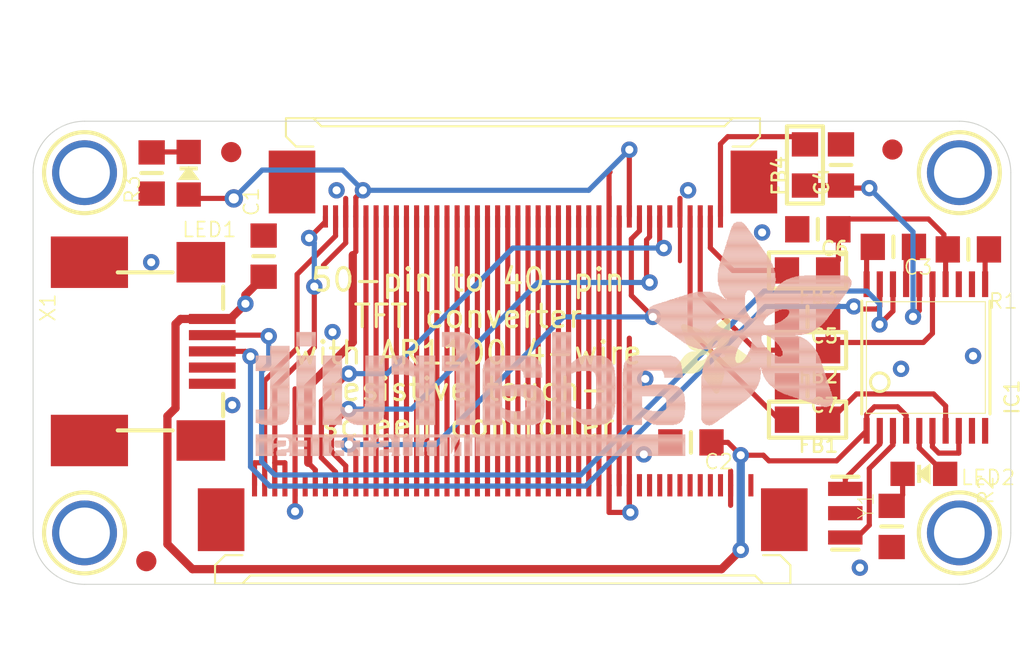
<source format=kicad_pcb>
(kicad_pcb (version 20211014) (generator pcbnew)
  (layers (0 "F.Cu" signal) (31 "B.Cu" signal) (34 "B.Paste" user) (35 "F.Paste" user) (36 "B.SilkS" user "B.Silkscreen") (37 "F.SilkS" user "F.Silkscreen") (38 "B.Mask" user) (39 "F.Mask" user) (44 "Edge.Cuts" user))
  (net 0 "")
  (net 1 "LEDK")
  (net 2 "LEDA")
  (net 3 "GND")
  (net 4 "R0")
  (net 5 "R1")
  (net 6 "R2")
  (net 7 "R3")
  (net 8 "R4")
  (net 9 "R5")
  (net 10 "R6")
  (net 11 "R7")
  (net 12 "G0")
  (net 13 "B0")
  (net 14 "B1")
  (net 15 "B2")
  (net 16 "B3")
  (net 17 "B4")
  (net 18 "B5")
  (net 19 "B6")
  (net 20 "B7")
  (net 21 "G1")
  (net 22 "G2")
  (net 23 "G3")
  (net 24 "G4")
  (net 25 "G5")
  (net 26 "G6")
  (net 27 "G7")
  (net 28 "CLK")
  (net 29 "HSYNC")
  (net 30 "VSYNC")
  (net 31 "DEN")
  (net 32 "AVDD")
  (net 33 "XR")
  (net 34 "YD")
  (net 35 "XL")
  (net 36 "YU")
  (net 37 "VCOM1")
  (net 38 "L/R")
  (net 39 "U/D")
  (net 40 "VGH")
  (net 41 "VGL")
  (net 42 "RESET")
  (net 43 "DITHB")
  (net 44 "VDD")
  (net 45 "N$1")
  (net 46 "N$2")
  (net 47 "D+")
  (net 48 "D-")
  (net 49 "N$7")
  (net 50 "N$8")
  (net 51 "N$9")
  (net 52 "N$10")
  (net 53 "N$13")
  (net 54 "5.0V")
  (net 55 "VCOM2")
  (net 56 "N$3")
  (net 57 "N$4")
  (net 58 "N$5")
  (net 59 "N$6")
  (footprint "boardEagle:ADAFRUIT_3.5MM" (layer "F.Cu") (at 155.9941 103.2256 -90)
    (fp_text reference "U$19" hide)
    (fp_text value "" hide)
  )
  (footprint "boardEagle:MOUNTINGHOLE_2.5_PLATED" (layer "F.Cu") (at 170.0911 96.1136 90)
    (fp_text reference "U$14" hide)
    (fp_text value "MOUNTINGHOLE2.5" hide)
    (pad "P$1" thru_hole circle (at 0 0 90) (size 3.2 3.2) (drill 2.5) (layers *.Cu *.Mask))
  )
  (footprint "boardEagle:MOUNTINGHOLE_2.5_PLATED" (layer "F.Cu") (at 126.9111 113.8936 90)
    (fp_text reference "U$16" hide)
    (fp_text value "MOUNTINGHOLE2.5" hide)
    (pad "P$1" thru_hole circle (at 0 0 90) (size 3.2 3.2) (drill 2.5) (layers *.Cu *.Mask))
  )
  (footprint "boardEagle:RESONATOR-SMD" (layer "F.Cu") (at 164.4621 112.9216 -90)
    (fp_text reference "Y1" (at -1.089 -1.02 90) (layer "F.SilkS") (effects (font (size 0.767933 0.767933) (thickness 0.044867)) (justify right)))
    (fp_text value "12MHz")
    (pad "1" smd rect (at -1.2 0 270) (size 0.7 1.7) (layers "F.Cu" "F.Paste" "F.Mask") (net 45 "N$1"))
    (pad "2" smd rect (at 0 0 270) (size 0.7 1.7) (layers "F.Cu" "F.Paste" "F.Mask") (net 3 "GND"))
    (pad "3" smd rect (at 1.2 0 270) (size 0.7 1.7) (layers "F.Cu" "F.Paste" "F.Mask") (net 46 "N$2"))
  )
  (footprint "boardEagle:TSSOP20-5.3MMBODY" (layer "F.Cu") (at 168.4391 105.2376)
    (fp_text reference "IC1" (at 4.2544 2.8828 90) (layer "F.SilkS") (effects (font (size 0.703072 0.703072) (thickness 0.109728)) (justify left)))
    (fp_text value "AR1100_SSOP" hide)
    (pad "1" smd rect (at -2.925 3.6178) (size 0.3048 1.27) (layers "F.Cu" "F.Paste" "F.Mask") (net 54 "5.0V"))
    (pad "2" smd rect (at -2.275 3.6178) (size 0.3048 1.27) (layers "F.Cu" "F.Paste" "F.Mask") (net 45 "N$1"))
    (pad "3" smd rect (at -1.625 3.6178) (size 0.3048 1.27) (layers "F.Cu" "F.Paste" "F.Mask") (net 46 "N$2"))
    (pad "4" smd rect (at -0.975 3.6178) (size 0.3048 1.27) (layers "F.Cu" "F.Paste" "F.Mask") (net 54 "5.0V"))
    (pad "5" smd rect (at -0.325 3.6178) (size 0.3048 1.27) (layers "F.Cu" "F.Paste" "F.Mask") (net 50 "N$8"))
    (pad "6" smd rect (at 0.325 3.6178) (size 0.3048 1.27) (layers "F.Cu" "F.Paste" "F.Mask") (net 3 "GND"))
    (pad "7" smd rect (at 0.975 3.6178) (size 0.3048 1.27) (layers "F.Cu" "F.Paste" "F.Mask") (net 33 "XR"))
    (pad "8" smd rect (at 1.625 3.6178) (size 0.3048 1.27) (layers "F.Cu" "F.Paste" "F.Mask") (net 3 "GND"))
    (pad "9" smd rect (at 2.275 3.6178) (size 0.3048 1.27) (layers "F.Cu" "F.Paste" "F.Mask") (net 3 "GND"))
    (pad "10" smd rect (at 2.925 3.6178) (size 0.3048 1.27) (layers "F.Cu" "F.Paste" "F.Mask"))
    (pad "11" smd rect (at 2.925 -3.6178) (size 0.3048 1.27) (layers "F.Cu" "F.Paste" "F.Mask") (net 51 "N$9"))
    (pad "12" smd rect (at 2.275 -3.6178) (size 0.3048 1.27) (layers "F.Cu" "F.Paste" "F.Mask"))
    (pad "13" smd rect (at 1.625 -3.6178) (size 0.3048 1.27) (layers "F.Cu" "F.Paste" "F.Mask") (net 3 "GND"))
    (pad "14" smd rect (at 0.975 -3.6178) (size 0.3048 1.27) (layers "F.Cu" "F.Paste" "F.Mask") (net 35 "XL"))
    (pad "15" smd rect (at 0.325 -3.6178) (size 0.3048 1.27) (layers "F.Cu" "F.Paste" "F.Mask") (net 34 "YD"))
    (pad "16" smd rect (at -0.325 -3.6178) (size 0.3048 1.27) (layers "F.Cu" "F.Paste" "F.Mask") (net 36 "YU"))
    (pad "17" smd rect (at -0.975 -3.6178) (size 0.3048 1.27) (layers "F.Cu" "F.Paste" "F.Mask") (net 53 "N$13"))
    (pad "18" smd rect (at -1.625 -3.6178) (size 0.3048 1.27) (layers "F.Cu" "F.Paste" "F.Mask") (net 48 "D-"))
    (pad "19" smd rect (at -2.275 -3.6178) (size 0.3048 1.27) (layers "F.Cu" "F.Paste" "F.Mask") (net 47 "D+"))
    (pad "20" smd rect (at -2.925 -3.6178) (size 0.3048 1.27) (layers "F.Cu" "F.Paste" "F.Mask") (net 3 "GND"))
  )
  (footprint "boardEagle:_0805MP" (layer "F.Cu") (at 130.2231 96.1296 90)
    (fp_text reference "R3" (at -1.5875 -0.9525 90) (layer "F.SilkS") (effects (font (size 0.73282 0.73282) (thickness 0.07998)) (justify left)))
    (fp_text value "1K")
    (pad "1" smd rect (at -1.016 0 90) (size 1.2 1.3) (layers "F.Cu" "F.Paste" "F.Mask") (net 3 "GND"))
    (pad "2" smd rect (at 1.016 0 90) (size 1.2 1.3) (layers "F.Cu" "F.Paste" "F.Mask") (net 52 "N$10"))
  )
  (footprint "boardEagle:4-1734839-0" (layer "F.Cu") (at 148.5511 95.7336)
    (fp_text reference "J1" hide)
    (fp_text value "XF2-40-RARBT" hide)
    (pad "1" smd rect (at -9.75 2.54 90) (size 1.1 0.25) (layers "F.Cu" "F.Paste") (net 1 "LEDK"))
    (pad "2" smd rect (at -9.25 2.54 90) (size 1.1 0.25) (layers "F.Cu" "F.Paste") (net 2 "LEDA"))
    (pad "3" smd rect (at -8.75 2.54 90) (size 1.1 0.25) (layers "F.Cu" "F.Paste") (net 3 "GND"))
    (pad "4" smd rect (at -8.25 2.54 90) (size 1.1 0.25) (layers "F.Cu" "F.Paste") (net 44 "VDD"))
    (pad "5" smd rect (at -7.75 2.54 90) (size 1.1 0.25) (layers "F.Cu" "F.Paste") (net 4 "R0"))
    (pad "6" smd rect (at -7.25 2.54 90) (size 1.1 0.25) (layers "F.Cu" "F.Paste") (net 5 "R1"))
    (pad "7" smd rect (at -6.75 2.54 90) (size 1.1 0.25) (layers "F.Cu" "F.Paste") (net 6 "R2"))
    (pad "8" smd rect (at -6.25 2.54 90) (size 1.1 0.25) (layers "F.Cu" "F.Paste") (net 7 "R3"))
    (pad "9" smd rect (at -5.75 2.54 90) (size 1.1 0.25) (layers "F.Cu" "F.Paste") (net 8 "R4"))
    (pad "10" smd rect (at -5.25 2.54 90) (size 1.1 0.25) (layers "F.Cu" "F.Paste") (net 9 "R5"))
    (pad "11" smd rect (at -4.75 2.54 90) (size 1.1 0.25) (layers "F.Cu" "F.Paste") (net 10 "R6"))
    (pad "12" smd rect (at -4.25 2.54 90) (size 1.1 0.25) (layers "F.Cu" "F.Paste") (net 11 "R7"))
    (pad "13" smd rect (at -3.75 2.54 90) (size 1.1 0.25) (layers "F.Cu" "F.Paste") (net 12 "G0"))
    (pad "14" smd rect (at -3.25 2.54 90) (size 1.1 0.25) (layers "F.Cu" "F.Paste") (net 21 "G1"))
    (pad "15" smd rect (at -2.75 2.54 90) (size 1.1 0.25) (layers "F.Cu" "F.Paste") (net 22 "G2"))
    (pad "16" smd rect (at -2.25 2.54 90) (size 1.1 0.25) (layers "F.Cu" "F.Paste") (net 23 "G3"))
    (pad "17" smd rect (at -1.75 2.54 90) (size 1.1 0.25) (layers "F.Cu" "F.Paste") (net 24 "G4"))
    (pad "18" smd rect (at -1.25 2.54 90) (size 1.1 0.25) (layers "F.Cu" "F.Paste") (net 25 "G5"))
    (pad "19" smd rect (at -0.75 2.54 90) (size 1.1 0.25) (layers "F.Cu" "F.Paste") (net 26 "G6"))
    (pad "20" smd rect (at -0.25 2.54 90) (size 1.1 0.25) (layers "F.Cu" "F.Paste") (net 27 "G7"))
    (pad "21" smd rect (at 0.25 2.54 90) (size 1.1 0.25) (layers "F.Cu" "F.Paste") (net 13 "B0"))
    (pad "22" smd rect (at 0.75 2.54 90) (size 1.1 0.25) (layers "F.Cu" "F.Paste") (net 14 "B1"))
    (pad "23" smd rect (at 1.25 2.54 90) (size 1.1 0.25) (layers "F.Cu" "F.Paste") (net 15 "B2"))
    (pad "24" smd rect (at 1.75 2.54 90) (size 1.1 0.25) (layers "F.Cu" "F.Paste") (net 16 "B3"))
    (pad "25" smd rect (at 2.25 2.54 90) (size 1.1 0.25) (layers "F.Cu" "F.Paste") (net 17 "B4"))
    (pad "26" smd rect (at 2.75 2.54 90) (size 1.1 0.25) (layers "F.Cu" "F.Paste") (net 18 "B5"))
    (pad "27" smd rect (at 3.25 2.54 90) (size 1.1 0.25) (layers "F.Cu" "F.Paste") (net 19 "B6"))
    (pad "28" smd rect (at 3.75 2.54 90) (size 1.1 0.25) (layers "F.Cu" "F.Paste") (net 20 "B7"))
    (pad "29" smd rect (at 4.25 2.54 90) (size 1.1 0.25) (layers "F.Cu" "F.Paste") (net 3 "GND"))
    (pad "30" smd rect (at 4.75 2.54 90) (size 1.1 0.25) (layers "F.Cu" "F.Paste") (net 28 "CLK"))
    (pad "31" smd rect (at 5.25 2.54 90) (size 1.1 0.25) (layers "F.Cu" "F.Paste") (net 44 "VDD"))
    (pad "32" smd rect (at 5.75 2.54 90) (size 1.1 0.25) (layers "F.Cu" "F.Paste") (net 29 "HSYNC"))
    (pad "33" smd rect (at 6.25 2.54 90) (size 1.1 0.25) (layers "F.Cu" "F.Paste") (net 30 "VSYNC"))
    (pad "34" smd rect (at 6.75 2.54 90) (size 1.1 0.25) (layers "F.Cu" "F.Paste") (net 31 "DEN"))
    (pad "35" smd rect (at 7.25 2.54 90) (size 1.1 0.25) (layers "F.Cu" "F.Paste"))
    (pad "36" smd rect (at 7.75 2.54 90) (size 1.1 0.25) (layers "F.Cu" "F.Paste") (net 3 "GND"))
    (pad "37" smd rect (at 8.25 2.54 90) (size 1.1 0.25) (layers "F.Cu" "F.Paste") (net 56 "N$3"))
    (pad "38" smd rect (at 8.75 2.54 90) (size 1.1 0.25) (layers "F.Cu" "F.Paste") (net 57 "N$4"))
    (pad "39" smd rect (at 9.25 2.54 90) (size 1.1 0.25) (layers "F.Cu" "F.Paste") (net 58 "N$5"))
    (pad "40" smd rect (at 9.75 2.54 90) (size 1.1 0.25) (layers "F.Cu" "F.Paste") (net 59 "N$6"))
    (pad "M1" smd rect (at 11.4 0.84 270) (size 3.1 2.3) (layers "F.Cu" "F.Paste" "F.Mask"))
    (pad "M2" smd rect (at -11.4 0.84 270) (size 3.1 2.3) (layers "F.Cu" "F.Paste" "F.Mask"))
  )
  (footprint "boardEagle:FIDUCIAL_1MM" (layer "F.Cu") (at 129.9591 115.2906 90)
    (fp_text reference "FID1" hide)
    (fp_text value "FIDUCIAL\"\"" hide)
    (pad "1" smd roundrect (at 0 0 90) (size 1 1) (layers "F.Cu" "F.Mask") (roundrect_rratio 0.5))
  )
  (footprint "boardEagle:_0805MP" (layer "F.Cu") (at 164.2491 95.7326 90)
    (fp_text reference "C4" (at -1.5875 -0.9525 90) (layer "F.SilkS") (effects (font (size 0.692831 0.692831) (thickness 0.119969)) (justify left)))
    (fp_text value "0.01uF")
    (pad "1" smd rect (at -1.016 0 90) (size 1.2 1.3) (layers "F.Cu" "F.Paste" "F.Mask") (net 36 "YU"))
    (pad "2" smd rect (at 1.016 0 90) (size 1.2 1.3) (layers "F.Cu" "F.Paste" "F.Mask") (net 3 "GND"))
  )
  (footprint "boardEagle:_0805MP" (layer "F.Cu") (at 162.5981 106.6546 180)
    (fp_text reference "C7" (at -1.5875 -0.9525) (layer "F.SilkS") (effects (font (size 0.692831 0.692831) (thickness 0.119969)) (justify right)))
    (fp_text value "dnp")
    (pad "1" smd rect (at -1.016 0 180) (size 1.2 1.3) (layers "F.Cu" "F.Paste" "F.Mask") (net 33 "XR"))
    (pad "2" smd rect (at 1.016 0 180) (size 1.2 1.3) (layers "F.Cu" "F.Paste" "F.Mask") (net 3 "GND"))
  )
  (footprint "boardEagle:_0805MP" (layer "F.Cu") (at 162.5981 103.2256 180)
    (fp_text reference "C5" (at -1.5875 -0.9525) (layer "F.SilkS") (effects (font (size 0.692831 0.692831) (thickness 0.119969)) (justify right)))
    (fp_text value "dnp")
    (pad "1" smd rect (at -1.016 0 180) (size 1.2 1.3) (layers "F.Cu" "F.Paste" "F.Mask") (net 34 "YD"))
    (pad "2" smd rect (at 1.016 0 180) (size 1.2 1.3) (layers "F.Cu" "F.Paste" "F.Mask") (net 3 "GND"))
  )
  (footprint "boardEagle:_0805" (layer "F.Cu") (at 162.4711 95.7326 90)
    (fp_text reference "FB4" (at -1.5875 -1.27 90) (layer "F.SilkS") (effects (font (size 0.692831 0.692831) (thickness 0.119969)) (justify left)))
    (fp_text value "Ferrite")
    (pad "1" smd rect (at -1.016 0 90) (size 1.2 1.3) (layers "F.Cu" "F.Paste" "F.Mask") (net 36 "YU"))
    (pad "2" smd rect (at 1.016 0 90) (size 1.2 1.3) (layers "F.Cu" "F.Paste" "F.Mask") (net 59 "N$6"))
  )
  (footprint "boardEagle:_0805" (layer "F.Cu") (at 162.5981 104.8766 180)
    (fp_text reference "FB2" (at -1.5875 -1.27) (layer "F.SilkS") (effects (font (size 0.692831 0.692831) (thickness 0.119969)) (justify right)))
    (fp_text value "Ferrite")
    (pad "1" smd rect (at -1.016 0 180) (size 1.2 1.3) (layers "F.Cu" "F.Paste" "F.Mask") (net 34 "YD"))
    (pad "2" smd rect (at 1.016 0 180) (size 1.2 1.3) (layers "F.Cu" "F.Paste" "F.Mask") (net 57 "N$4"))
  )
  (footprint "boardEagle:MOUNTINGHOLE_2.5_PLATED" (layer "F.Cu") (at 126.9111 96.1136 90)
    (fp_text reference "U$15" hide)
    (fp_text value "MOUNTINGHOLE2.5" hide)
    (pad "P$1" thru_hole circle (at 0 0 90) (size 3.2 3.2) (drill 2.5) (layers *.Cu *.Mask))
  )
  (footprint "boardEagle:USB-MINIB_LARGER" (layer "F.Cu") (at 129.1511 104.9336 -90)
    (fp_text reference "X1" (at -2.91 4.049 90) (layer "F.SilkS") (effects (font (size 0.73282 0.73282) (thickness 0.07998)) (justify right)))
    (fp_text value "")
    (pad "" np_thru_hole circle (at 2.2 -1 270) (size 1 1) (drill 1) (layers *.Cu *.Mask))
    (pad "" np_thru_hole circle (at -2.2 -1 270) (size 1 1) (drill 1) (layers *.Cu *.Mask))
    (pad "D+" smd rect (at 0 -4.064 90) (size 0.5 2.308) (layers "F.Cu" "F.Paste" "F.Mask") (net 47 "D+"))
    (pad "D-" smd rect (at -0.8 -4.064 90) (size 0.5 2.308) (layers "F.Cu" "F.Paste" "F.Mask") (net 48 "D-"))
    (pad "GND" smd rect (at 1.6 -4.064 90) (size 0.5 2.308) (layers "F.Cu" "F.Paste" "F.Mask") (net 3 "GND"))
    (pad "GND1" smd rect (at -4.4 2 270) (size 2.54 3.81) (layers "F.Cu" "F.Paste" "F.Mask") (net 3 "GND"))
    (pad "GND2" smd rect (at -4.4 -3.5 270) (size 2 2.4) (layers "F.Cu" "F.Paste" "F.Mask") (net 3 "GND"))
    (pad "GND3" smd rect (at 4.4 -3.5 270) (size 2 2.4) (layers "F.Cu" "F.Paste" "F.Mask") (net 3 "GND"))
    (pad "GND4" smd rect (at 4.4 2 270) (size 2.54 3.81) (layers "F.Cu" "F.Paste" "F.Mask") (net 3 "GND"))
    (pad "ID" smd rect (at 0.8 -4.064 90) (size 0.5 2.308) (layers "F.Cu" "F.Paste" "F.Mask"))
    (pad "VBUS" smd rect (at -1.6 -4.064 90) (size 0.5 2.308) (layers "F.Cu" "F.Paste" "F.Mask") (net 54 "5.0V"))
  )
  (footprint "boardEagle:FIDUCIAL_1MM" (layer "F.Cu") (at 166.7891 94.9706 90)
    (fp_text reference "FID2" hide)
    (fp_text value "FIDUCIAL\"\"" hide)
    (pad "1" smd roundrect (at 0 0 90) (size 1 1) (layers "F.Cu" "F.Mask") (roundrect_rratio 0.5))
  )
  (footprint "boardEagle:5-1734839-0-REV" (layer "F.Cu") (at 147.5511 114.0836 180)
    (fp_text reference "J2" hide)
    (fp_text value "XF2-50-REV" hide)
    (pad "1" smd rect (at 12.25 2.54 90) (size 1.1 0.25) (layers "F.Cu" "F.Paste") (net 2 "LEDA"))
    (pad "2" smd rect (at 11.75 2.54 90) (size 1.1 0.25) (layers "F.Cu" "F.Paste") (net 2 "LEDA"))
    (pad "3" smd rect (at 11.25 2.54 90) (size 1.1 0.25) (layers "F.Cu" "F.Paste") (net 1 "LEDK"))
    (pad "4" smd rect (at 10.75 2.54 90) (size 1.1 0.25) (layers "F.Cu" "F.Paste") (net 1 "LEDK"))
    (pad "5" smd rect (at 10.25 2.54 90) (size 1.1 0.25) (layers "F.Cu" "F.Paste") (net 3 "GND"))
    (pad "6" smd rect (at 9.75 2.54 90) (size 1.1 0.25) (layers "F.Cu" "F.Paste") (net 37 "VCOM1"))
    (pad "7" smd rect (at 9.25 2.54 90) (size 1.1 0.25) (layers "F.Cu" "F.Paste") (net 44 "VDD"))
    (pad "8" smd rect (at 8.75 2.54 90) (size 1.1 0.25) (layers "F.Cu" "F.Paste"))
    (pad "9" smd rect (at 8.25 2.54 90) (size 1.1 0.25) (layers "F.Cu" "F.Paste") (net 31 "DEN"))
    (pad "10" smd rect (at 7.75 2.54 90) (size 1.1 0.25) (layers "F.Cu" "F.Paste") (net 30 "VSYNC"))
    (pad "11" smd rect (at 7.25 2.54 90) (size 1.1 0.25) (layers "F.Cu" "F.Paste") (net 29 "HSYNC"))
    (pad "12" smd rect (at 6.75 2.54 90) (size 1.1 0.25) (layers "F.Cu" "F.Paste") (net 4 "R0"))
    (pad "13" smd rect (at 6.25 2.54 90) (size 1.1 0.25) (layers "F.Cu" "F.Paste") (net 5 "R1"))
    (pad "14" smd rect (at 5.75 2.54 90) (size 1.1 0.25) (layers "F.Cu" "F.Paste") (net 6 "R2"))
    (pad "15" smd rect (at 5.25 2.54 90) (size 1.1 0.25) (layers "F.Cu" "F.Paste") (net 7 "R3"))
    (pad "16" smd rect (at 4.75 2.54 90) (size 1.1 0.25) (layers "F.Cu" "F.Paste") (net 8 "R4"))
    (pad "17" smd rect (at 4.25 2.54 90) (size 1.1 0.25) (layers "F.Cu" "F.Paste") (net 9 "R5"))
    (pad "18" smd rect (at 3.75 2.54 90) (size 1.1 0.25) (layers "F.Cu" "F.Paste") (net 10 "R6"))
    (pad "19" smd rect (at 3.25 2.54 90) (size 1.1 0.25) (layers "F.Cu" "F.Paste") (net 11 "R7"))
    (pad "20" smd rect (at 2.75 2.54 90) (size 1.1 0.25) (layers "F.Cu" "F.Paste") (net 12 "G0"))
    (pad "21" smd rect (at 2.25 2.54 90) (size 1.1 0.25) (layers "F.Cu" "F.Paste") (net 21 "G1"))
    (pad "22" smd rect (at 1.75 2.54 90) (size 1.1 0.25) (layers "F.Cu" "F.Paste") (net 22 "G2"))
    (pad "23" smd rect (at 1.25 2.54 90) (size 1.1 0.25) (layers "F.Cu" "F.Paste") (net 23 "G3"))
    (pad "24" smd rect (at 0.75 2.54 90) (size 1.1 0.25) (layers "F.Cu" "F.Paste") (net 24 "G4"))
    (pad "25" smd rect (at 0.25 2.54 90) (size 1.1 0.25) (layers "F.Cu" "F.Paste") (net 25 "G5"))
    (pad "26" smd rect (at -0.25 2.54 90) (size 1.1 0.25) (layers "F.Cu" "F.Paste") (net 26 "G6"))
    (pad "27" smd rect (at -0.75 2.54 90) (size 1.1 0.25) (layers "F.Cu" "F.Paste") (net 27 "G7"))
    (pad "28" smd rect (at -1.25 2.54 90) (size 1.1 0.25) (layers "F.Cu" "F.Paste") (net 13 "B0"))
    (pad "29" smd rect (at -1.75 2.54 90) (size 1.1 0.25) (layers "F.Cu" "F.Paste") (net 14 "B1"))
    (pad "30" smd rect (at -2.25 2.54 90) (size 1.1 0.25) (layers "F.Cu" "F.Paste") (net 15 "B2"))
    (pad "31" smd rect (at -2.75 2.54 90) (size 1.1 0.25) (layers "F.Cu" "F.Paste") (net 16 "B3"))
    (pad "32" smd rect (at -3.25 2.54 90) (size 1.1 0.25) (layers "F.Cu" "F.Paste") (net 17 "B4"))
    (pad "33" smd rect (at -3.75 2.54 90) (size 1.1 0.25) (layers "F.Cu" "F.Paste") (net 18 "B5"))
    (pad "34" smd rect (at -4.25 2.54 90) (size 1.1 0.25) (layers "F.Cu" "F.Paste") (net 19 "B6"))
    (pad "35" smd rect (at -4.75 2.54 90) (size 1.1 0.25) (layers "F.Cu" "F.Paste") (net 20 "B7"))
    (pad "36" smd rect (at -5.25 2.54 90) (size 1.1 0.25) (layers "F.Cu" "F.Paste") (net 3 "GND"))
    (pad "37" smd rect (at -5.75 2.54 90) (size 1.1 0.25) (layers "F.Cu" "F.Paste") (net 28 "CLK"))
    (pad "38" smd rect (at -6.25 2.54 90) (size 1.1 0.25) (layers "F.Cu" "F.Paste") (net 3 "GND"))
    (pad "39" smd rect (at -6.75 2.54 90) (size 1.1 0.25) (layers "F.Cu" "F.Paste") (net 38 "L/R"))
    (pad "40" smd rect (at -7.25 2.54 90) (size 1.1 0.25) (layers "F.Cu" "F.Paste") (net 39 "U/D"))
    (pad "41" smd rect (at -7.75 2.54 90) (size 1.1 0.25) (layers "F.Cu" "F.Paste") (net 40 "VGH"))
    (pad "42" smd rect (at -8.25 2.54 90) (size 1.1 0.25) (layers "F.Cu" "F.Paste") (net 41 "VGL"))
    (pad "43" smd rect (at -8.75 2.54 90) (size 1.1 0.25) (layers "F.Cu" "F.Paste") (net 32 "AVDD"))
    (pad "44" smd rect (at -9.25 2.54 90) (size 1.1 0.25) (layers "F.Cu" "F.Paste") (net 42 "RESET"))
    (pad "45" smd rect (at -9.75 2.54 90) (size 1.1 0.25) (layers "F.Cu" "F.Paste"))
    (pad "46" smd rect (at -10.25 2.54 90) (size 1.1 0.25) (layers "F.Cu" "F.Paste") (net 55 "VCOM2"))
    (pad "47" smd rect (at -10.75 2.54 90) (size 1.1 0.25) (layers "F.Cu" "F.Paste") (net 43 "DITHB"))
    (pad "48" smd rect (at -11.25 2.54 90) (size 1.1 0.25) (layers "F.Cu" "F.Paste") (net 3 "GND"))
    (pad "49" smd rect (at -11.75 2.54 90) (size 1.1 0.25) (layers "F.Cu" "F.Paste"))
    (pad "50" smd rect (at -12.25 2.54 90) (size 1.1 0.25) (layers "F.Cu" "F.Paste"))
    (pad "M1" smd rect (at 13.9 0.84 90) (size 3.1 2.3) (layers "F.Cu" "F.Paste" "F.Mask"))
    (pad "M2" smd rect (at -13.9 0.84 90) (size 3.1 2.3) (layers "F.Cu" "F.Paste" "F.Mask"))
  )
  (footprint "boardEagle:_0805" (layer "F.Cu") (at 162.5981 108.3056 180)
    (fp_text reference "FB1" (at -1.5875 -1.27) (layer "F.SilkS") (effects (font (size 0.692831 0.692831) (thickness 0.119969)) (justify right)))
    (fp_text value "Ferrite")
    (pad "1" smd rect (at -1.016 0 180) (size 1.2 1.3) (layers "F.Cu" "F.Paste" "F.Mask") (net 33 "XR"))
    (pad "2" smd rect (at 1.016 0 180) (size 1.2 1.3) (layers "F.Cu" "F.Paste" "F.Mask") (net 56 "N$3"))
  )
  (footprint "boardEagle:_0805MP" (layer "F.Cu") (at 166.7521 113.5756 90)
    (fp_text reference "R2" (at 1.0125 4.6475 90) (layer "F.SilkS") (effects (font (size 0.73282 0.73282) (thickness 0.07998)) (justify left)))
    (fp_text value "1K")
    (pad "1" smd rect (at -1.016 0 90) (size 1.2 1.3) (layers "F.Cu" "F.Paste" "F.Mask") (net 3 "GND"))
    (pad "2" smd rect (at 1.016 0 90) (size 1.2 1.3) (layers "F.Cu" "F.Paste" "F.Mask") (net 49 "N$7"))
  )
  (footprint "boardEagle:_0805MP" (layer "F.Cu") (at 156.8421 109.4276)
    (fp_text reference "C2" (at 2.1375 0.9525) (layer "F.SilkS") (effects (font (size 0.73282 0.73282) (thickness 0.07998)) (justify right)))
    (fp_text value "0.1uF")
    (pad "1" smd rect (at -1.016 0) (size 1.2 1.3) (layers "F.Cu" "F.Paste" "F.Mask") (net 3 "GND"))
    (pad "2" smd rect (at 1.016 0) (size 1.2 1.3) (layers "F.Cu" "F.Paste" "F.Mask") (net 54 "5.0V"))
  )
  (footprint "boardEagle:CHIPLED_0805_NOOUTLINE" (layer "F.Cu") (at 168.3411 110.9796 90)
    (fp_text reference "LED2" (at -0.184 1.772) (layer "F.SilkS") (effects (font (size 0.73282 0.73282) (thickness 0.07998)) (justify left)))
    (fp_text value "red")
    (pad "A" smd rect (at 0 1.05 90) (size 1.2 1.2) (layers "F.Cu" "F.Paste" "F.Mask") (net 50 "N$8"))
    (pad "C" smd rect (at 0 -1.05 90) (size 1.2 1.2) (layers "F.Cu" "F.Paste" "F.Mask") (net 49 "N$7"))
  )
  (footprint "boardEagle:_0805MP" (layer "F.Cu") (at 135.7511 100.2336 -90)
    (fp_text reference "C1" (at -1.9125 0.6025 90) (layer "F.SilkS") (effects (font (size 0.73282 0.73282) (thickness 0.07998)) (justify left)))
    (fp_text value "10uF")
    (pad "1" smd rect (at -1.016 0 270) (size 1.2 1.3) (layers "F.Cu" "F.Paste" "F.Mask") (net 3 "GND"))
    (pad "2" smd rect (at 1.016 0 270) (size 1.2 1.3) (layers "F.Cu" "F.Paste" "F.Mask") (net 54 "5.0V"))
  )
  (footprint "boardEagle:_0805MP" (layer "F.Cu") (at 166.8351 99.7756 180)
    (fp_text reference "C3" (at -1.9875 -1.0025) (layer "F.SilkS") (effects (font (size 0.73282 0.73282) (thickness 0.07998)) (justify right)))
    (fp_text value "10uF")
    (pad "1" smd rect (at -1.016 0 180) (size 1.2 1.3) (layers "F.Cu" "F.Paste" "F.Mask") (net 53 "N$13"))
    (pad "2" smd rect (at 1.016 0 180) (size 1.2 1.3) (layers "F.Cu" "F.Paste" "F.Mask") (net 3 "GND"))
  )
  (footprint "boardEagle:FIDUCIAL_1MM" (layer "F.Cu") (at 134.1501 95.0976 90)
    (fp_text reference "FID3" hide)
    (fp_text value "FIDUCIAL\"\"" hide)
    (pad "1" smd roundrect (at 0 0 90) (size 1 1) (layers "F.Cu" "F.Mask") (roundrect_rratio 0.5))
  )
  (footprint "boardEagle:_0805MP" (layer "F.Cu") (at 170.5361 99.9006 180)
    (fp_text reference "R1" (at -2.4875 -2.5525) (layer "F.SilkS") (effects (font (size 0.73282 0.73282) (thickness 0.07998)) (justify right)))
    (fp_text value "20K")
    (pad "1" smd rect (at -1.016 0 180) (size 1.2 1.3) (layers "F.Cu" "F.Paste" "F.Mask") (net 51 "N$9"))
    (pad "2" smd rect (at 1.016 0 180) (size 1.2 1.3) (layers "F.Cu" "F.Paste" "F.Mask") (net 35 "XL"))
  )
  (footprint "boardEagle:CHIPLED_0805_NOOUTLINE" (layer "F.Cu") (at 132.0511 96.1416)
    (fp_text reference "LED1" (at -0.378 2.784) (layer "F.SilkS") (effects (font (size 0.73282 0.73282) (thickness 0.07998)) (justify left)))
    (fp_text value "Green")
    (pad "A" smd rect (at 0 1.05) (size 1.2 1.2) (layers "F.Cu" "F.Paste" "F.Mask") (net 44 "VDD"))
    (pad "C" smd rect (at 0 -1.05) (size 1.2 1.2) (layers "F.Cu" "F.Paste" "F.Mask") (net 52 "N$10"))
  )
  (footprint "boardEagle:_0805MP" (layer "F.Cu") (at 163.1061 98.9076 180)
    (fp_text reference "C6" (at -1.5875 -0.9525) (layer "F.SilkS") (effects (font (size 0.692831 0.692831) (thickness 0.119969)) (justify right)))
    (fp_text value "0.01uF")
    (pad "1" smd rect (at -1.016 0 180) (size 1.2 1.3) (layers "F.Cu" "F.Paste" "F.Mask") (net 35 "XL"))
    (pad "2" smd rect (at 1.016 0 180) (size 1.2 1.3) (layers "F.Cu" "F.Paste" "F.Mask") (net 3 "GND"))
  )
  (footprint "boardEagle:MOUNTINGHOLE_2.5_PLATED" (layer "F.Cu") (at 170.0911 113.8936 90)
    (fp_text reference "U$11" hide)
    (fp_text value "MOUNTINGHOLE2.5" hide)
    (pad "P$1" thru_hole circle (at 0 0 90) (size 3.2 3.2) (drill 2.5) (layers *.Cu *.Mask))
  )
  (footprint "boardEagle:_0805" (layer "F.Cu") (at 162.5981 100.9396 180)
    (fp_text reference "FB3" (at -1.5875 -1.27) (layer "F.SilkS") (effects (font (size 0.692831 0.692831) (thickness 0.119969)) (justify right)))
    (fp_text value "Ferrite")
    (pad "1" smd rect (at -1.016 0 180) (size 1.2 1.3) (layers "F.Cu" "F.Paste" "F.Mask") (net 35 "XL"))
    (pad "2" smd rect (at 1.016 0 180) (size 1.2 1.3) (layers "F.Cu" "F.Paste" "F.Mask") (net 58 "N$5"))
  )
  (footprint "boardEagle:ADAFRUIT_TEXT_30MM" (layer "B.Cu") (at 165.0111 110.0836 180)
    (fp_text reference "U$18" hide)
    (fp_text value "" hide)
  )
  (gr_arc (start 170.0911 93.5736) (mid 171.887151 94.317549) (end 172.6311 96.1136) (layer "Edge.Cuts") (width 0.05))
  (gr_line (start 170.0911 93.5736) (end 126.9111 93.5736) (layer "Edge.Cuts") (width 0.05))
  (gr_line (start 124.3711 96.1136) (end 124.3711 113.8936) (layer "Edge.Cuts") (width 0.05))
  (gr_line (start 126.9111 116.4336) (end 170.0911 116.4336) (layer "Edge.Cuts") (width 0.05))
  (gr_arc (start 124.3711 96.1136) (mid 125.115049 94.317549) (end 126.9111 93.5736) (layer "Edge.Cuts") (width 0.05))
  (gr_arc (start 126.9111 116.4336) (mid 125.115049 115.689651) (end 124.3711 113.8936) (layer "Edge.Cuts") (width 0.05))
  (gr_arc (start 172.6311 113.8936) (mid 171.887151 115.689651) (end 170.0911 116.4336) (layer "Edge.Cuts") (width 0.05))
  (gr_line (start 172.6311 113.8936) (end 172.6311 96.1136) (layer "Edge.Cuts") (width 0.05))
  (gr_text "50-pin to 40-pin\nTFT converter\nwith AR1100 4-wire\nresistive touch-\nscreen controller" (at 145.8341 105.0036) (layer "F.SilkS") (effects (font (size 1.1176 1.1176) (thickness 0.1524))))
  (segment (start 138.8011 98.2736) (end 138.8011 98.5336) (width 0.254) (layer "F.Cu") (net 1))
  (segment (start 138.8011 98.5336) (end 137.9971 99.3376) (width 0.254) (layer "F.Cu") (net 1))
  (segment (start 138.2511 104.7336) (end 138.2511 101.7376) (width 0.254) (layer "F.Cu") (net 1))
  (segment (start 136.3011 110.4336) (end 136.8011 110.4336) (width 0.254) (layer "F.Cu") (net 1))
  (segment (start 136.8011 110.4336) (end 136.8011 111.5436) (width 0.254) (layer "F.Cu") (net 1))
  (segment (start 136.3011 106.6836) (end 138.2511 104.7336) (width 0.254) (layer "F.Cu") (net 1))
  (segment (start 136.3011 111.5436) (end 136.3011 110.4336) (width 0.254) (layer "F.Cu") (net 1))
  (segment (start 136.3011 110.4336) (end 136.3011 106.6836) (width 0.254) (layer "F.Cu") (net 1))
  (via (at 138.2511 101.7376) (size 0.8064) (drill 0.4) (layers "F.Cu" "B.Cu") (net 1))
  (via (at 137.9971 99.3376) (size 0.8064) (drill 0.4) (layers "F.Cu" "B.Cu") (net 1))
  (segment (start 138.2511 99.5796) (end 138.0091 99.3376) (width 0.254) (layer "B.Cu") (net 1))
  (segment (start 138.0091 99.3376) (end 137.9971 99.3376) (width 0.254) (layer "B.Cu") (net 1))
  (segment (start 138.2511 99.5796) (end 138.2511 101.7376) (width 0.254) (layer "B.Cu") (net 1))
  (segment (start 137.4011 101.1336) (end 139.3011 99.2336) (width 0.254) (layer "F.Cu") (net 2))
  (segment (start 135.3011 110.4336) (end 135.8011 110.4336) (width 0.254) (layer "F.Cu") (net 2))
  (segment (start 135.3011 111.5436) (end 135.3011 110.4336) (width 0.254) (layer "F.Cu") (net 2))
  (segment (start 137.4011 104.7836) (end 137.4011 101.1336) (width 0.254) (layer "F.Cu") (net 2))
  (segment (start 135.8011 110.4336) (end 135.8011 111.5436) (width 0.254) (layer "F.Cu") (net 2))
  (segment (start 139.3011 99.2336) (end 139.3011 98.2736) (width 0.254) (layer "F.Cu") (net 2))
  (segment (start 135.8011 106.3836) (end 137.4011 104.7836) (width 0.254) (layer "F.Cu") (net 2))
  (segment (start 135.8011 110.4336) (end 135.8011 106.3836) (width 0.254) (layer "F.Cu") (net 2))
  (segment (start 152.8011 112.6836) (end 152.8011 111.5436) (width 0.254) (layer "F.Cu") (net 3))
  (segment (start 152.8011 96.0836) (end 152.8511 96.0836) (width 0.254) (layer "F.Cu") (net 3))
  (segment (start 156.3011 100.4836) (end 156.3011 98.2736) (width 0.2032) (layer "F.Cu") (net 3))
  (segment (start 153.8011 111.5436) (end 153.8011 104.2836) (width 0.254) (layer "F.Cu") (net 3))
  (segment (start 170.0641 109.9566) (end 169.0751 109.9566) (width 0.254) (layer "F.Cu") (net 3))
  (segment (start 153.8011 111.5436) (end 153.8011 112.8836) (width 0.254) (layer "F.Cu") (net 3))
  (segment (start 139.8011 99.5836) (end 139.8011 98.2736) (width 0.254) (layer "F.Cu") (net 3))
  (segment (start 153.8011 112.5836) (end 153.8011 111.5436) (width 0.254) (layer "F.Cu") (net 3))
  (segment (start 152.8011 111.5436) (end 152.8011 112.8836) (width 0.254) (layer "F.Cu") (net 3))
  (segment (start 158.8011 111.5436) (end 158.8011 112.5336) (width 0.254) (layer "F.Cu") (net 3))
  (segment (start 165.5141 101.6198) (end 165.5141 100.0806) (width 0.254) (layer "F.Cu") (net 3))
  (segment (start 168.7641 109.6456) (end 169.0751 109.9566) (width 0.254) (layer "F.Cu") (net 3))
  (segment (start 152.8011 98.2736) (end 152.8011 96.0836) (width 0.254) (layer "F.Cu") (net 3))
  (segment (start 137.3011 112.4336) (end 137.3011 111.5436) (width 0.254) (layer "F.Cu") (net 3))
  (segment (start 138.7011 100.6836) (end 139.8011 99.5836) (width 0.254) (layer "F.Cu") (net 3))
  (segment (start 168.7641 108.8554) (end 168.7641 109.6456) (width 0.254) (layer "F.Cu") (net 3))
  (segment (start 137.3011 111.5436) (end 137.3011 106.7836) (width 0.254) (layer "F.Cu") (net 3))
  (segment (start 170.0641 108.8554) (end 170.0641 109.9566) (width 0.254) (layer "F.Cu") (net 3))
  (segment (start 152.8011 111.5436) (end 152.8011 98.2736) (width 0.254) (layer "F.Cu") (net 3))
  (segment (start 137.3011 111.5436) (end 137.3011 112.8336) (width 0.254) (layer "F.Cu") (net 3))
  (segment (start 158.8011 111.5436) (end 158.8011 110.8336) (width 0.254) (layer "F.Cu") (net 3))
  (segment (start 153.8011 112.8836) (end 153.8511 112.8836) (width 0.254) (layer "F.Cu") (net 3))
  (segment (start 152.8011 112.8836) (end 153.8511 112.8836) (width 0.254) (layer "F.Cu") (net 3))
  (segment (start 165.5141 100.0806) (end 165.8191 99.7756) (width 0.254) (layer "F.Cu") (net 3))
  (segment (start 152.8011 98.2736) (end 152.8011 97.2836) (width 0.254) (layer "F.Cu") (net 3))
  (segment (start 156.3011 97.3836) (end 156.3011 98.2736) (width 0.254) (layer "F.Cu") (net 3))
  (segment (start 139.8011 98.2736) (end 139.8011 97.3836) (width 0.254) (layer "F.Cu") (net 3))
  (via (at 154.5881 106.2926) (size 0.8064) (drill 0.4) (layers "F.Cu" "B.Cu") (net 3))
  (via (at 156.7011 96.9836) (size 0.8064) (drill 0.4) (layers "F.Cu" "B.Cu") (net 3))
  (via (at 134.2011 107.5836) (size 0.8064) (drill 0.4) (layers "F.Cu" "B.Cu") (net 3))
  (via (at 170.7691 105.1616) (size 0.8064) (drill 0.4) (layers "F.Cu" "B.Cu") (net 3))
  (via (at 165.1821 115.6116) (size 0.8064) (drill 0.4) (layers "F.Cu" "B.Cu") (net 3))
  (via (at 167.2131 105.7966) (size 0.8064) (drill 0.4) (layers "F.Cu" "B.Cu") (net 3))
  (via (at 139.1511 103.9836) (size 0.8064) (drill 0.4) (layers "F.Cu" "B.Cu") (net 3))
  (via (at 137.3011 112.8336) (size 0.8064) (drill 0.4) (layers "F.Cu" "B.Cu") (net 3))
  (via (at 160.3551 99.0656) (size 0.8064) (drill 0.4) (layers "F.Cu" "B.Cu") (net 3))
  (via (at 154.5151 110.0196) (size 0.8064) (drill 0.4) (layers "F.Cu" "B.Cu") (net 3))
  (via (at 153.8511 112.8836) (size 0.8064) (drill 0.4) (layers "F.Cu" "B.Cu") (net 3))
  (via (at 139.3511 96.9836) (size 0.8064) (drill 0.4) (layers "F.Cu" "B.Cu") (net 3))
  (via (at 130.2011 100.5336) (size 0.8064) (drill 0.4) (layers "F.Cu" "B.Cu") (net 3))
  (segment (start 140.8011 98.2736) (end 140.8011 111.5436) (width 0.254) (layer "F.Cu") (net 4))
  (segment (start 141.3011 111.5436) (end 141.3011 98.2736) (width 0.254) (layer "F.Cu") (net 5))
  (segment (start 141.8011 98.2736) (end 141.8011 111.5436) (width 0.254) (layer "F.Cu") (net 6))
  (segment (start 142.3011 111.5436) (end 142.3011 98.2736) (width 0.254) (layer "F.Cu") (net 7))
  (segment (start 142.8011 98.2736) (end 142.8011 111.5436) (width 0.254) (layer "F.Cu") (net 8))
  (segment (start 143.3011 111.5436) (end 143.3011 98.2736) (width 0.254) (layer "F.Cu") (net 9))
  (segment (start 143.8011 98.2736) (end 143.8011 111.5436) (width 0.254) (layer "F.Cu") (net 10))
  (segment (start 144.3011 111.5436) (end 144.3011 98.2736) (width 0.254) (layer "F.Cu") (net 11))
  (segment (start 144.8011 111.5436) (end 144.8011 98.2736) (width 0.254) (layer "F.Cu") (net 12))
  (segment (start 148.8011 111.5436) (end 148.8011 98.2736) (width 0.254) (layer "F.Cu") (net 13))
  (segment (start 149.3011 98.2736) (end 149.3011 111.5436) (width 0.254) (layer "F.Cu") (net 14))
  (segment (start 149.8011 111.5436) (end 149.8011 98.2736) (width 0.254) (layer "F.Cu") (net 15))
  (segment (start 150.3011 98.2736) (end 150.3011 111.5436) (width 0.254) (layer "F.Cu") (net 16))
  (segment (start 150.8011 111.5436) (end 150.8011 98.2736) (width 0.254) (layer "F.Cu") (net 17))
  (segment (start 151.3011 98.2736) (end 151.3011 111.5436) (width 0.254) (layer "F.Cu") (net 18))
  (segment (start 151.8011 111.5436) (end 151.8011 98.2736) (width 0.254) (layer "F.Cu") (net 19))
  (segment (start 152.3011 98.2736) (end 152.3011 111.5436) (width 0.254) (layer "F.Cu") (net 20))
  (segment (start 145.3011 98.2736) (end 145.3011 111.5436) (width 0.254) (layer "F.Cu") (net 21))
  (segment (start 145.8011 111.5436) (end 145.8011 98.2736) (width 0.254) (layer "F.Cu") (net 22))
  (segment (start 146.3011 98.2736) (end 146.3011 111.5436) (width 0.254) (layer "F.Cu") (net 23))
  (segment (start 146.8011 111.5436) (end 146.8011 98.2736) (width 0.254) (layer "F.Cu") (net 24))
  (segment (start 147.3011 98.2736) (end 147.3011 111.5436) (width 0.254) (layer "F.Cu") (net 25))
  (segment (start 147.8011 111.5436) (end 147.8011 98.2736) (width 0.254) (layer "F.Cu") (net 26))
  (segment (start 148.3011 98.2736) (end 148.3011 111.5436) (width 0.254) (layer "F.Cu") (net 27))
  (segment (start 153.3011 111.5436) (end 153.3011 98.2736) (width 0.254) (layer "F.Cu") (net 28))
  (segment (start 153.9011 99.3836) (end 153.9011 102.1716) (width 0.254) (layer "F.Cu") (net 29))
  (segment (start 154.3011 98.2736) (end 154.3011 98.9836) (width 0.254) (layer "F.Cu") (net 29))
  (segment (start 140.3011 111.5436) (end 140.3011 109.8836) (width 0.254) (layer "F.Cu") (net 29))
  (segment (start 153.9011 102.1716) (end 154.9631 103.2336) (width 0.254) (layer "F.Cu") (net 29))
  (segment (start 140.3011 109.8836) (end 139.9511 109.5336) (width 0.254) (layer "F.Cu") (net 29))
  (segment (start 154.3011 98.9836) (end 153.9011 99.3836) (width 0.254) (layer "F.Cu") (net 29))
  (via (at 139.9511 109.5336) (size 0.8064) (drill 0.4) (layers "F.Cu" "B.Cu") (net 29))
  (via (at 154.9631 103.2336) (size 0.8064) (drill 0.4) (layers "F.Cu" "B.Cu") (net 29))
  (segment (start 144.2511 109.5336) (end 150.5511 103.2336) (width 0.254) (layer "B.Cu") (net 29))
  (segment (start 139.9511 109.5336) (end 144.2511 109.5336) (width 0.254) (layer "B.Cu") (net 29))
  (segment (start 150.5511 103.2336) (end 154.9631 103.2336) (width 0.254) (layer "B.Cu") (net 29))
  (segment (start 139.8011 110.5836) (end 139.1011 109.8836) (width 0.254) (layer "F.Cu") (net 30))
  (segment (start 154.8011 101.4836) (end 154.8011 101.5336) (width 0.254) (layer "F.Cu") (net 30))
  (segment (start 154.6511 101.3336) (end 154.8011 101.4836) (width 0.254) (layer "F.Cu") (net 30))
  (segment (start 139.1011 109.8836) (end 139.1011 108.6336) (width 0.254) (layer "F.Cu") (net 30))
  (segment (start 154.8011 98.2736) (end 154.8011 99.2836) (width 0.254) (layer "F.Cu") (net 30))
  (segment (start 154.6511 99.4336) (end 154.6511 101.3336) (width 0.254) (layer "F.Cu") (net 30))
  (segment (start 139.1011 108.6336) (end 139.9511 107.7836) (width 0.254) (layer "F.Cu") (net 30))
  (segment (start 154.8011 99.2836) (end 154.6511 99.4336) (width 0.254) (layer "F.Cu") (net 30))
  (segment (start 139.8011 111.5436) (end 139.8011 110.5836) (width 0.254) (layer "F.Cu") (net 30))
  (via (at 154.8011 101.5336) (size 0.8064) (drill 0.4) (layers "F.Cu" "B.Cu") (net 30))
  (via (at 139.9511 107.7836) (size 0.8064) (drill 0.4) (layers "F.Cu" "B.Cu") (net 30))
  (segment (start 139.9511 107.7836) (end 143.0511 107.7836) (width 0.254) (layer "B.Cu") (net 30))
  (segment (start 149.3011 101.5336) (end 154.8011 101.5336) (width 0.254) (layer "B.Cu") (net 30))
  (segment (start 143.0511 107.7836) (end 149.3011 101.5336) (width 0.254) (layer "B.Cu") (net 30))
  (segment (start 139.3011 111.5436) (end 139.3011 110.8836) (width 0.254) (layer "F.Cu") (net 31))
  (segment (start 139.3011 110.8836) (end 138.6011 110.1836) (width 0.254) (layer "F.Cu") (net 31))
  (segment (start 138.6011 110.1836) (end 138.6011 107.3836) (width 0.254) (layer "F.Cu") (net 31))
  (segment (start 155.3011 99.6336) (end 155.5011 99.8336) (width 0.254) (layer "F.Cu") (net 31))
  (segment (start 138.6011 107.3836) (end 139.9511 106.0336) (width 0.254) (layer "F.Cu") (net 31))
  (segment (start 155.3011 98.2736) (end 155.3011 99.6336) (width 0.254) (layer "F.Cu") (net 31))
  (via (at 155.5011 99.8336) (size 0.8064) (drill 0.4) (layers "F.Cu" "B.Cu") (net 31))
  (via (at 139.9511 106.0336) (size 0.8064) (drill 0.4) (layers "F.Cu" "B.Cu") (net 31))
  (segment (start 148.0511 99.8336) (end 155.5011 99.8336) (width 0.254) (layer "B.Cu") (net 31))
  (segment (start 139.9511 106.0336) (end 141.8511 106.0336) (width 0.254) (layer "B.Cu") (net 31))
  (segment (start 141.8511 106.0336) (end 148.0511 99.8336) (width 0.254) (layer "B.Cu") (net 31))
  (segment (start 169.4141 107.6286) (end 168.8211 107.0356) (width 0.254) (layer "F.Cu") (net 33))
  (segment (start 163.7411 108.3056) (end 165.0111 107.0356) (width 0.254) (layer "F.Cu") (net 33))
  (segment (start 168.8211 107.0356) (end 165.0111 107.0356) (width 0.254) (layer "F.Cu") (net 33))
  (segment (start 169.4141 108.8554) (end 169.4141 107.6286) (width 0.254) (layer "F.Cu") (net 33))
  (segment (start 163.6141 108.3056) (end 163.6141 106.6546) (width 0.254) (layer "F.Cu") (net 33))
  (segment (start 163.6141 108.3056) (end 163.7411 108.3056) (width 0.254) (layer "F.Cu") (net 33))
  (segment (start 163.6141 104.8766) (end 163.6141 103.2256) (width 0.254) (layer "F.Cu") (net 34))
  (segment (start 168.3131 104.4956) (end 163.9951 104.4956) (width 0.254) (layer "F.Cu") (net 34))
  (segment (start 163.9951 104.4956) (end 163.6141 104.8766) (width 0.254) (layer "F.Cu") (net 34))
  (segment (start 168.7641 104.0446) (end 168.3131 104.4956) (width 0.254) (layer "F.Cu") (net 34))
  (segment (start 168.7641 101.6198) (end 168.7641 104.0446) (width 0.254) (layer "F.Cu") (net 34))
  (segment (start 163.6141 100.9396) (end 164.1221 100.4316) (width 0.254) (layer "F.Cu") (net 35))
  (segment (start 169.4141 100.0066) (end 169.5201 99.9006) (width 0.254) (layer "F.Cu") (net 35))
  (segment (start 169.3291 99.7096) (end 169.5201 99.9006) (width 0.254) (layer "F.Cu") (net 35))
  (segment (start 168.5671 98.3996) (end 169.3291 99.1616) (width 0.254) (layer "F.Cu") (net 35))
  (segment (start 164.6301 98.3996) (end 168.5671 98.3996) (width 0.254) (layer "F.Cu") (net 35))
  (segment (start 164.1221 100.4316) (end 164.1221 98.9076) (width 0.254) (layer "F.Cu") (net 35))
  (segment (start 169.4141 101.6198) (end 169.4141 100.0066) (width 0.254) (layer "F.Cu") (net 35))
  (segment (start 164.1221 98.9076) (end 164.6301 98.3996) (width 0.254) (layer "F.Cu") (net 35))
  (segment (start 169.3291 99.1616) (end 169.3291 99.7096) (width 0.254) (layer "F.Cu") (net 35))
  (segment (start 162.4711 96.7486) (end 164.2491 96.7486) (width 0.254) (layer "F.Cu") (net 36))
  (segment (start 168.1141 102.9166) (end 167.8051 103.2256) (width 0.254) (layer "F.Cu") (net 36))
  (segment (start 164.3761 96.8756) (end 164.2491 96.7486) (width 0.254) (layer "F.Cu") (net 36))
  (segment (start 168.1141 101.6198) (end 168.1141 102.9166) (width 0.254) (layer "F.Cu") (net 36))
  (segment (start 165.6461 96.8756) (end 164.3761 96.8756) (width 0.254) (layer "F.Cu") (net 36))
  (via (at 167.8051 103.2256) (size 0.8001) (drill 0.3937) (layers "F.Cu" "B.Cu") (net 36))
  (via (at 165.6461 96.8756) (size 0.8001) (drill 0.3937) (layers "F.Cu" "B.Cu") (net 36))
  (segment (start 167.8051 103.2256) (end 167.8051 99.0346) (width 0.254) (layer "B.Cu") (net 36))
  (segment (start 167.8051 99.0346) (end 165.6461 96.8756) (width 0.254) (layer "B.Cu") (net 36))
  (segment (start 140.3011 100.0106) (end 140.1511 100.1606) (width 0.254) (layer "F.Cu") (net 44))
  (segment (start 140.1511 104.4836) (end 140.1511 100.1836) (width 0.4064) (layer "F.Cu") (net 44))
  (segment (start 140.3011 98.2736) (end 140.3011 97.3336) (width 0.254) (layer "F.Cu") (net 44))
  (segment (start 137.9511 110.4336) (end 137.9511 106.6836) (width 0.4064) (layer "F.Cu") (net 44))
  (segment (start 138.3011 110.7836) (end 137.9511 110.4336) (width 0.254) (layer "F.Cu") (net 44))
  (segment (start 137.9511 106.6836) (end 140.1511 104.4836) (width 0.4064) (layer "F.Cu") (net 44))
  (segment (start 140.3011 100.0106) (end 140.3011 98.2736) (width 0.254) (layer "F.Cu") (net 44))
  (segment (start 140.1511 100.1606) (end 140.1511 100.1836) (width 0.254) (layer "F.Cu") (net 44))
  (segment (start 138.3011 111.5436) (end 138.3011 110.7836) (width 0.254) (layer "F.Cu") (net 44))
  (segment (start 140.3011 97.3336) (end 140.6511 96.9836) (width 0.254) (layer "F.Cu") (net 44))
  (segment (start 134.2771 97.3836) (end 132.2431 97.3836) (width 0.254) (layer "F.Cu") (net 44))
  (segment (start 132.2431 97.3836) (end 132.0511 97.1916) (width 0.254) (layer "F.Cu") (net 44))
  (segment (start 153.8011 98.2736) (end 153.8011 94.9786) (width 0.254) (layer "F.Cu") (net 44))
  (via (at 134.2771 97.3836) (size 0.9064) (drill 0.5) (layers "F.Cu" "B.Cu") (net 44))
  (via (at 140.6511 96.9836) (size 0.8064) (drill 0.4) (layers "F.Cu" "B.Cu") (net 44))
  (via (at 153.8011 94.9786) (size 0.8064) (drill 0.4) (layers "F.Cu" "B.Cu") (net 44))
  (segment (start 139.6511 95.9836) (end 135.6771 95.9836) (width 0.254) (layer "B.Cu") (net 44))
  (segment (start 135.6771 95.9836) (end 134.2771 97.3836) (width 0.254) (layer "B.Cu") (net 44))
  (segment (start 151.7961 96.9836) (end 140.6511 96.9836) (width 0.254) (layer "B.Cu") (net 44))
  (segment (start 139.6511 95.9836) (end 140.6511 96.9836) (width 0.254) (layer "B.Cu") (net 44))
  (segment (start 151.7961 96.9836) (end 153.8011 94.9786) (width 0.254) (layer "B.Cu") (net 44))
  (segment (start 166.1641 109.5116) (end 166.1641 108.8554) (width 0.254) (layer "F.Cu") (net 45))
  (segment (start 164.4621 111.2136) (end 164.4621 111.7216) (width 0.254) (layer "F.Cu") (net 45))
  (segment (start 164.4621 111.2136) (end 166.1641 109.5116) (width 0.254) (layer "F.Cu") (net 45))
  (segment (start 164.4621 114.1216) (end 165.0371 114.1216) (width 0.254) (layer "F.Cu") (net 46))
  (segment (start 165.6461 110.7186) (end 166.8141 109.5506) (width 0.254) (layer "F.Cu") (net 46))
  (segment (start 165.0371 114.1216) (end 165.6461 113.5126) (width 0.254) (layer "F.Cu") (net 46))
  (segment (start 166.8141 109.5506) (end 166.8141 108.8554) (width 0.254) (layer "F.Cu") (net 46))
  (segment (start 165.6461 113.5126) (end 165.6461 110.7186) (width 0.254) (layer "F.Cu") (net 46))
  (segment (start 166.0271 102.8446) (end 166.1641 102.7076) (width 0.254) (layer "F.Cu") (net 47))
  (segment (start 165.0111 102.8446) (end 166.0271 102.8446) (width 0.254) (layer "F.Cu") (net 47))
  (segment (start 166.1641 102.7076) (end 166.1641 101.6198) (width 0.254) (layer "F.Cu") (net 47))
  (segment (start 164.8841 102.7176) (end 165.0111 102.8446) (width 0.254) (layer "F.Cu") (net 47))
  (segment (start 133.2151 104.9336) (end 134.8511 104.9336) (width 0.254) (layer "F.Cu") (net 47))
  (segment (start 134.8511 104.9336) (end 135.1011 105.1836) (width 0.254) (layer "F.Cu") (net 47))
  (via (at 135.1011 105.1836) (size 0.8064) (drill 0.4) (layers "F.Cu" "B.Cu") (net 47))
  (via (at 164.8841 102.7176) (size 0.8001) (drill 0.3937) (layers "F.Cu" "B.Cu") (net 47))
  (segment (start 136.052412 111.5836) (end 135.1011 110.632288) (width 0.254) (layer "B.Cu") (net 47))
  (segment (start 160.5171 102.7176) (end 164.8841 102.7176) (width 0.254) (layer "B.Cu") (net 47))
  (segment (start 135.1011 110.632288) (end 135.1011 105.1836) (width 0.254) (layer "B.Cu") (net 47))
  (segment (start 160.5171 102.7176) (end 151.6511 111.5836) (width 0.254) (layer "B.Cu") (net 47))
  (segment (start 151.6511 111.5836) (end 136.052412 111.5836) (width 0.254) (layer "B.Cu") (net 47))
  (segment (start 133.2151 104.1336) (end 136.0051 104.1336) (width 0.254) (layer "F.Cu") (net 48))
  (segment (start 166.1541 103.6066) (end 166.8141 102.9466) (width 0.254) (layer "F.Cu") (net 48))
  (segment (start 136.0011 104.1376) (end 136.0011 104.1836) (width 0.254) (layer "F.Cu") (net 48))
  (segment (start 166.8141 102.9466) (end 166.8141 101.6198) (width 0.254) (layer "F.Cu") (net 48))
  (segment (start 136.0051 104.1336) (end 136.0011 104.1376) (width 0.254) (layer "F.Cu") (net 48))
  (via (at 166.1541 103.6066) (size 0.8001) (drill 0.3937) (layers "F.Cu" "B.Cu") (net 48))
  (via (at 136.0011 104.1836) (size 0.8064) (drill 0.4) (layers "F.Cu" "B.Cu") (net 48))
  (segment (start 160.4601 101.9556) (end 165.5191 101.9556) (width 0.254) (layer "B.Cu") (net 48))
  (segment (start 135.6511 110.381682) (end 135.6511 105.9336) (width 0.254) (layer "B.Cu") (net 48))
  (segment (start 166.1541 102.5906) (end 166.1541 103.6066) (width 0.254) (layer "B.Cu") (net 48))
  (segment (start 158.9511 103.4646) (end 160.4601 101.9556) (width 0.254) (layer "B.Cu") (net 48))
  (segment (start 158.9511 103.4836) (end 151.4011 111.0336) (width 0.254) (layer "B.Cu") (net 48))
  (segment (start 158.9511 103.4646) (end 158.9511 103.4836) (width 0.254) (layer "B.Cu") (net 48))
  (segment (start 136.0011 105.5836) (end 136.0011 104.1836) (width 0.254) (layer "B.Cu") (net 48))
  (segment (start 136.303018 111.0336) (end 135.6511 110.381682) (width 0.254) (layer "B.Cu") (net 48))
  (segment (start 165.5191 101.9556) (end 166.1541 102.5906) (width 0.254) (layer "B.Cu") (net 48))
  (segment (start 151.4011 111.0336) (end 136.303018 111.0336) (width 0.254) (layer "B.Cu") (net 48))
  (segment (start 135.6511 105.9336) (end 136.0011 105.5836) (width 0.254) (layer "B.Cu") (net 48))
  (segment (start 166.7521 112.5596) (end 167.2911 112.0206) (width 0.254) (layer "F.Cu") (net 49))
  (segment (start 167.2911 112.0206) (end 167.2911 110.9796) (width 0.254) (layer "F.Cu") (net 49))
  (segment (start 168.1141 109.7026) (end 169.3911 110.9796) (width 0.254) (layer "F.Cu") (net 50))
  (segment (start 168.1141 109.7026) (end 168.1141 108.8554) (width 0.254) (layer "F.Cu") (net 50))
  (segment (start 171.3641 100.0886) (end 171.5521 99.9006) (width 0.254) (layer "F.Cu") (net 51))
  (segment (start 171.3641 101.6198) (end 171.3641 100.0886) (width 0.254) (layer "F.Cu") (net 51))
  (segment (start 171.5521 99.6626) (end 171.5521 99.9006) (width 0.254) (layer "F.Cu") (net 51))
  (segment (start 132.0511 95.0916) (end 130.2451 95.0916) (width 0.254) (layer "F.Cu") (net 52))
  (segment (start 130.2451 95.0916) (end 130.2231 95.1136) (width 0.254) (layer "F.Cu") (net 52))
  (segment (start 167.4641 100.1626) (end 167.8511 99.7756) (width 0.254) (layer "F.Cu") (net 53))
  (segment (start 167.4641 101.6198) (end 167.4641 100.1626) (width 0.254) (layer "F.Cu") (net 53))
  (segment (start 165.5141 108.8554) (end 164.0319 110.3376) (width 0.254) (layer "F.Cu") (net 54))
  (segment (start 131.0011 114.4486) (end 132.2361 115.6836) (width 0.4064) (layer "F.Cu") (net 54))
  (segment (start 131.0011 108.1336) (end 131.0011 114.4486) (width 0.4064) (layer "F.Cu") (net 54))
  (segment (start 132.2361 115.6836) (end 158.3511 115.6836) (width 0.4064) (layer "F.Cu") (net 54))
  (segment (start 164.0319 110.3376) (end 160.6931 110.3376) (width 0.254) (layer "F.Cu") (net 54))
  (segment (start 131.4011 107.7336) (end 131.4011 103.5836) (width 0.4064) (layer "F.Cu") (net 54))
  (segment (start 167.4641 108.8554) (end 167.4641 108.0916) (width 0.254) (layer "F.Cu") (net 54))
  (segment (start 133.2151 103.3336) (end 134.1011 103.3336) (width 0.4064) (layer "F.Cu") (net 54))
  (segment (start 158.3511 115.6836) (end 159.3011 114.7336) (width 0.4064) (layer "F.Cu") (net 54))
  (segment (start 160.6931 110.3376) (end 160.4161 110.0606) (width 0.254) (layer "F.Cu") (net 54))
  (segment (start 131.0011 108.1336) (end 131.4011 107.7336) (width 0.4064) (layer "F.Cu") (net 54))
  (segment (start 167.0431 107.6706) (end 165.9001 107.6706) (width 0.254) (layer "F.Cu") (net 54))
  (segment (start 131.4011 103.5836) (end 131.6511 103.3336) (width 0.4064) (layer "F.Cu") (net 54))
  (segment (start 131.6511 103.3336) (end 133.2151 103.3336) (width 0.4064) (layer "F.Cu") (net 54))
  (segment (start 158.6681 109.4276) (end 159.3011 110.0606) (width 0.254) (layer "F.Cu") (net 54))
  (segment (start 135.7511 101.2496) (end 134.8511 102.1496) (width 0.4064) (layer "F.Cu") (net 54))
  (segment (start 165.5191 108.0516) (end 165.5191 108.8504) (width 0.254) (layer "F.Cu") (net 54))
  (segment (start 160.4161 110.0606) (end 159.3011 110.0606) (width 0.254) (layer "F.Cu") (net 54))
  (segment (start 165.5191 108.8504) (end 165.5141 108.8554) (width 0.254) (layer "F.Cu") (net 54))
  (segment (start 167.4641 108.0916) (end 167.0431 107.6706) (width 0.254) (layer "F.Cu") (net 54))
  (segment (start 165.9001 107.6706) (end 165.5191 108.0516) (width 0.254) (layer "F.Cu") (net 54))
  (segment (start 134.8511 102.1496) (end 134.8511 102.5836) (width 0.4064) (layer "F.Cu") (net 54))
  (segment (start 157.8581 109.4276) (end 158.6681 109.4276) (width 0.254) (layer "F.Cu") (net 54))
  (segment (start 134.1011 103.3336) (end 134.8511 102.5836) (width 0.4064) (layer "F.Cu") (net 54))
  (via (at 134.8511 102.5836) (size 0.8064) (drill 0.4) (layers "F.Cu" "B.Cu") (net 54))
  (via (at 159.3011 110.0606) (size 0.8064) (drill 0.4) (layers "F.Cu" "B.Cu") (net 54))
  (via (at 159.3011 114.7336) (size 0.8064) (drill 0.4) (layers "F.Cu" "B.Cu") (net 54))
  (segment (start 159.3011 114.7336) (end 159.3011 110.0606) (width 0.4064) (layer "B.Cu") (net 54))
  (segment (start 156.8011 98.2736) (end 156.8011 103.9056) (width 0.254) (layer "F.Cu") (net 56))
  (segment (start 161.2011 108.3056) (end 161.5821 108.3056) (width 0.254) (layer "F.Cu") (net 56))
  (segment (start 156.8011 103.9056) (end 161.2011 108.3056) (width 0.254) (layer "F.Cu") (net 56))
  (segment (start 160.0581 104.8766) (end 157.3011 102.1196) (width 0.254) (layer "F.Cu") (net 57))
  (segment (start 157.3011 102.1196) (end 157.3011 98.2736) (width 0.254) (layer "F.Cu") (net 57))
  (segment (start 161.5821 104.8766) (end 160.0581 104.8766) (width 0.254) (layer "F.Cu") (net 57))
  (segment (start 157.8011 98.2736) (end 157.8011 99.8256) (width 0.254) (layer "F.Cu") (net 58))
  (segment (start 158.9151 100.9396) (end 161.5821 100.9396) (width 0.254) (layer "F.Cu") (net 58))
  (segment (start 157.8011 99.8256) (end 158.9151 100.9396) (width 0.254) (layer "F.Cu") (net 58))
  (segment (start 162.0901 94.3356) (end 162.4711 94.7166) (width 0.254) (layer "F.Cu") (net 59))
  (segment (start 158.6611 94.3356) (end 162.0901 94.3356) (width 0.254) (layer "F.Cu") (net 59))
  (segment (start 158.3011 98.2736) (end 158.3011 94.6956) (width 0.254) (layer "F.Cu") (net 59))
  (segment (start 158.3011 94.6956) (end 158.6611 94.3356) (width 0.254) (layer "F.Cu") (net 59))
)
</source>
